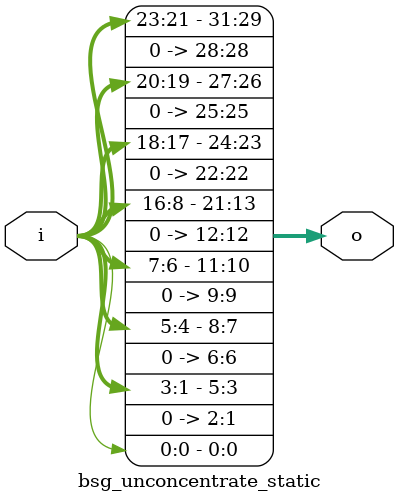
<source format=v>


module top
(
  i,
  o
);

  input [23:0] i;
  output [31:0] o;

  bsg_unconcentrate_static
  wrapper
  (
    .i(i),
    .o(o)
  );


endmodule



module bsg_unconcentrate_static
(
  i,
  o
);

  input [23:0] i;
  output [31:0] o;
  wire [31:0] o;
  assign o[1] = 1'b0;
  assign o[2] = 1'b0;
  assign o[6] = 1'b0;
  assign o[9] = 1'b0;
  assign o[12] = 1'b0;
  assign o[22] = 1'b0;
  assign o[25] = 1'b0;
  assign o[28] = 1'b0;
  assign o[31] = i[23];
  assign o[30] = i[22];
  assign o[29] = i[21];
  assign o[27] = i[20];
  assign o[26] = i[19];
  assign o[24] = i[18];
  assign o[23] = i[17];
  assign o[21] = i[16];
  assign o[20] = i[15];
  assign o[19] = i[14];
  assign o[18] = i[13];
  assign o[17] = i[12];
  assign o[16] = i[11];
  assign o[15] = i[10];
  assign o[14] = i[9];
  assign o[13] = i[8];
  assign o[11] = i[7];
  assign o[10] = i[6];
  assign o[8] = i[5];
  assign o[7] = i[4];
  assign o[5] = i[3];
  assign o[4] = i[2];
  assign o[3] = i[1];
  assign o[0] = i[0];

endmodule


</source>
